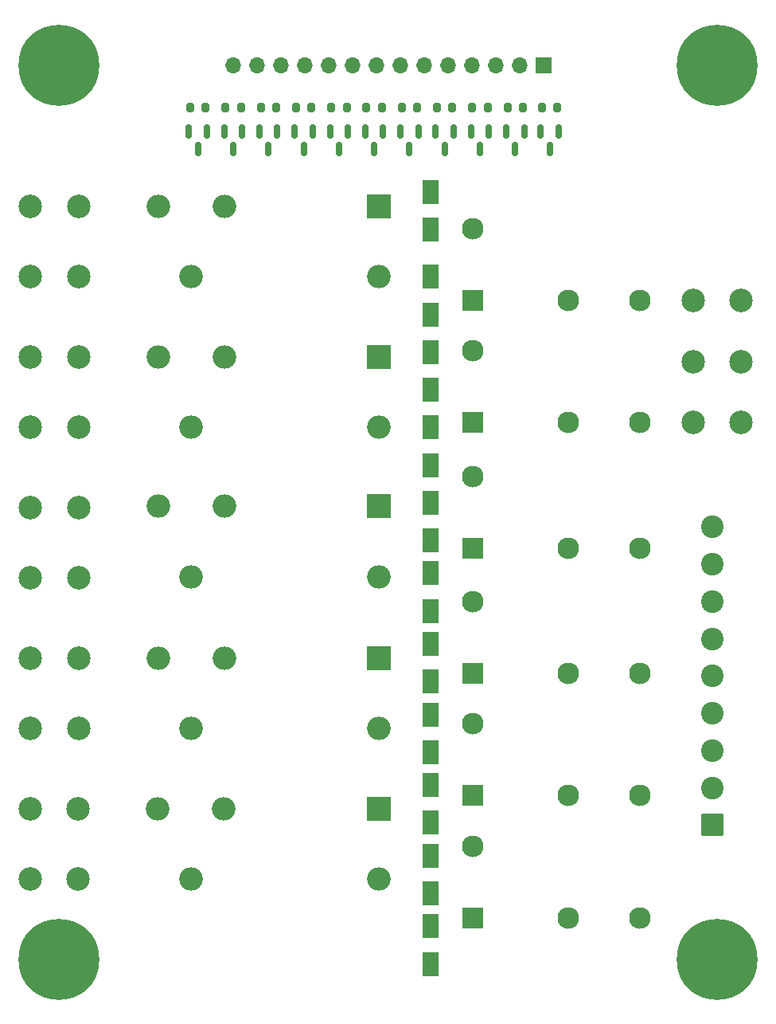
<source format=gbr>
%TF.GenerationSoftware,KiCad,Pcbnew,6.0.10+dfsg-2*%
%TF.CreationDate,2023-01-31T20:00:01-05:00*%
%TF.ProjectId,StoveRelays,53746f76-6552-4656-9c61-79732e6b6963,rev?*%
%TF.SameCoordinates,Original*%
%TF.FileFunction,Soldermask,Top*%
%TF.FilePolarity,Negative*%
%FSLAX46Y46*%
G04 Gerber Fmt 4.6, Leading zero omitted, Abs format (unit mm)*
G04 Created by KiCad (PCBNEW 6.0.10+dfsg-2) date 2023-01-31 20:00:01*
%MOMM*%
%LPD*%
G01*
G04 APERTURE LIST*
G04 Aperture macros list*
%AMRoundRect*
0 Rectangle with rounded corners*
0 $1 Rounding radius*
0 $2 $3 $4 $5 $6 $7 $8 $9 X,Y pos of 4 corners*
0 Add a 4 corners polygon primitive as box body*
4,1,4,$2,$3,$4,$5,$6,$7,$8,$9,$2,$3,0*
0 Add four circle primitives for the rounded corners*
1,1,$1+$1,$2,$3*
1,1,$1+$1,$4,$5*
1,1,$1+$1,$6,$7*
1,1,$1+$1,$8,$9*
0 Add four rect primitives between the rounded corners*
20,1,$1+$1,$2,$3,$4,$5,0*
20,1,$1+$1,$4,$5,$6,$7,0*
20,1,$1+$1,$6,$7,$8,$9,0*
20,1,$1+$1,$8,$9,$2,$3,0*%
G04 Aperture macros list end*
%ADD10RoundRect,0.250001X0.949999X-0.949999X0.949999X0.949999X-0.949999X0.949999X-0.949999X-0.949999X0*%
%ADD11C,2.400000*%
%ADD12RoundRect,0.200000X-0.200000X-0.275000X0.200000X-0.275000X0.200000X0.275000X-0.200000X0.275000X0*%
%ADD13R,1.800000X2.500000*%
%ADD14RoundRect,0.150000X-0.150000X0.587500X-0.150000X-0.587500X0.150000X-0.587500X0.150000X0.587500X0*%
%ADD15R,2.300000X2.300000*%
%ADD16C,2.300000*%
%ADD17C,0.900000*%
%ADD18C,8.600000*%
%ADD19O,2.500000X2.500000*%
%ADD20R,2.500000X2.500000*%
%ADD21C,2.500000*%
%ADD22R,1.700000X1.700000*%
%ADD23O,1.700000X1.700000*%
G04 APERTURE END LIST*
D10*
%TO.C,J16*%
X174482500Y-135760000D03*
D11*
X174482500Y-131800000D03*
X174482500Y-127840000D03*
X174482500Y-123880000D03*
X174482500Y-119920000D03*
X174482500Y-115960000D03*
X174482500Y-112000000D03*
X174482500Y-108040000D03*
X174482500Y-104080000D03*
%TD*%
D12*
%TO.C,R2*%
X126425000Y-59500000D03*
X128075000Y-59500000D03*
%TD*%
D13*
%TO.C,D6*%
X144500000Y-139000000D03*
X144500000Y-143000000D03*
%TD*%
D14*
%TO.C,Q9*%
X158112500Y-62062500D03*
X156212500Y-62062500D03*
X157162500Y-63937500D03*
%TD*%
D15*
%TO.C,K8*%
X149000000Y-93000000D03*
D16*
X159160000Y-93000000D03*
X166780000Y-93000000D03*
X149000000Y-85380000D03*
%TD*%
D13*
%TO.C,D2*%
X144500000Y-109000000D03*
X144500000Y-113000000D03*
%TD*%
D14*
%TO.C,Q5*%
X131950000Y-62062500D03*
X130050000Y-62062500D03*
X131000000Y-63937500D03*
%TD*%
%TO.C,Q4*%
X124450000Y-62062500D03*
X122550000Y-62062500D03*
X123500000Y-63937500D03*
%TD*%
D15*
%TO.C,K10*%
X149000000Y-106370000D03*
D16*
X159160000Y-106370000D03*
X166780000Y-106370000D03*
X149000000Y-98750000D03*
%TD*%
D13*
%TO.C,D10*%
X144500000Y-101500000D03*
X144500000Y-105500000D03*
%TD*%
D12*
%TO.C,R6*%
X137675000Y-59500000D03*
X139325000Y-59500000D03*
%TD*%
D13*
%TO.C,D4*%
X144500000Y-93500000D03*
X144500000Y-97500000D03*
%TD*%
%TO.C,D11*%
X144500000Y-116500000D03*
X144500000Y-120500000D03*
%TD*%
D17*
%TO.C,H3*%
X175000000Y-146775000D03*
X177280419Y-152280419D03*
X175000000Y-153225000D03*
X177280419Y-147719581D03*
X171775000Y-150000000D03*
X172719581Y-152280419D03*
X172719581Y-147719581D03*
X178225000Y-150000000D03*
D18*
X175000000Y-150000000D03*
%TD*%
D19*
%TO.C,K1*%
X119000000Y-141500000D03*
X122500000Y-134000000D03*
X115500000Y-134000000D03*
D20*
X139000000Y-134000000D03*
D19*
X139000000Y-141500000D03*
%TD*%
D21*
%TO.C,J5*%
X101950000Y-102000000D03*
X107050000Y-102000000D03*
%TD*%
D14*
%TO.C,Q1*%
X135700000Y-62062500D03*
X133800000Y-62062500D03*
X134750000Y-63937500D03*
%TD*%
%TO.C,Q11*%
X146950000Y-62062500D03*
X145050000Y-62062500D03*
X146000000Y-63937500D03*
%TD*%
D21*
%TO.C,J12*%
X172450000Y-80000000D03*
X177550000Y-80000000D03*
%TD*%
%TO.C,J7*%
X101950000Y-70000000D03*
X107050000Y-70000000D03*
%TD*%
D12*
%TO.C,R11*%
X145175000Y-59500000D03*
X146825000Y-59500000D03*
%TD*%
D15*
%TO.C,K11*%
X149000000Y-119620000D03*
D16*
X159160000Y-119620000D03*
X166780000Y-119620000D03*
X149000000Y-112000000D03*
%TD*%
D13*
%TO.C,D3*%
X144500000Y-77500000D03*
X144500000Y-81500000D03*
%TD*%
D12*
%TO.C,R7*%
X141425000Y-59500000D03*
X143075000Y-59500000D03*
%TD*%
D21*
%TO.C,J8*%
X107050000Y-93500000D03*
X101950000Y-93500000D03*
%TD*%
%TO.C,J13*%
X172450000Y-86500000D03*
X177550000Y-86500000D03*
%TD*%
D14*
%TO.C,Q2*%
X128200000Y-62062500D03*
X126300000Y-62062500D03*
X127250000Y-63937500D03*
%TD*%
D12*
%TO.C,R5*%
X130175000Y-59500000D03*
X131825000Y-59500000D03*
%TD*%
%TO.C,R3*%
X118925000Y-59500000D03*
X120575000Y-59500000D03*
%TD*%
D21*
%TO.C,J10*%
X107050000Y-125500000D03*
X101950000Y-125500000D03*
%TD*%
D12*
%TO.C,R9*%
X156337500Y-59500000D03*
X157987500Y-59500000D03*
%TD*%
D13*
%TO.C,D1*%
X144500000Y-146500000D03*
X144500000Y-150500000D03*
%TD*%
D21*
%TO.C,J11*%
X101950000Y-118000000D03*
X107050000Y-118000000D03*
%TD*%
D19*
%TO.C,K5*%
X119037500Y-125500000D03*
X122537500Y-118000000D03*
X115537500Y-118000000D03*
D20*
X139037500Y-118000000D03*
D19*
X139037500Y-125500000D03*
%TD*%
D21*
%TO.C,J2*%
X107012500Y-141500000D03*
X101912500Y-141500000D03*
%TD*%
D12*
%TO.C,R10*%
X148925000Y-59500000D03*
X150575000Y-59500000D03*
%TD*%
D15*
%TO.C,K6*%
X149000000Y-145620000D03*
D16*
X159160000Y-145620000D03*
X166780000Y-145620000D03*
X149000000Y-138000000D03*
%TD*%
D12*
%TO.C,R4*%
X122675000Y-59500000D03*
X124325000Y-59500000D03*
%TD*%
D21*
%TO.C,J9*%
X101950000Y-86000000D03*
X107050000Y-86000000D03*
%TD*%
D12*
%TO.C,R1*%
X133925000Y-59500000D03*
X135575000Y-59500000D03*
%TD*%
%TO.C,R8*%
X152675000Y-59500000D03*
X154325000Y-59500000D03*
%TD*%
D15*
%TO.C,K9*%
X149000000Y-80000000D03*
D16*
X159160000Y-80000000D03*
X166780000Y-80000000D03*
X149000000Y-72380000D03*
%TD*%
D15*
%TO.C,K7*%
X149000000Y-132620000D03*
D16*
X159160000Y-132620000D03*
X166780000Y-132620000D03*
X149000000Y-125000000D03*
%TD*%
D14*
%TO.C,Q3*%
X120700000Y-62062500D03*
X118800000Y-62062500D03*
X119750000Y-63937500D03*
%TD*%
D21*
%TO.C,J4*%
X107050000Y-109500000D03*
X101950000Y-109500000D03*
%TD*%
%TO.C,J3*%
X101912500Y-134000000D03*
X107012500Y-134000000D03*
%TD*%
D13*
%TO.C,D8*%
X144500000Y-85500000D03*
X144500000Y-89500000D03*
%TD*%
D14*
%TO.C,Q8*%
X154450000Y-62062500D03*
X152550000Y-62062500D03*
X153500000Y-63937500D03*
%TD*%
D13*
%TO.C,D9*%
X144500000Y-68500000D03*
X144500000Y-72500000D03*
%TD*%
D21*
%TO.C,J6*%
X101950000Y-77500000D03*
X107050000Y-77500000D03*
%TD*%
D14*
%TO.C,Q7*%
X143200000Y-62062500D03*
X141300000Y-62062500D03*
X142250000Y-63937500D03*
%TD*%
D18*
%TO.C,H2*%
X175000000Y-55000000D03*
D17*
X177280419Y-57280419D03*
X178225000Y-55000000D03*
X172719581Y-57280419D03*
X171775000Y-55000000D03*
X172719581Y-52719581D03*
X175000000Y-51775000D03*
X175000000Y-58225000D03*
X177280419Y-52719581D03*
%TD*%
D19*
%TO.C,K2*%
X119037500Y-109387500D03*
X122537500Y-101887500D03*
X115537500Y-101887500D03*
D20*
X139037500Y-101887500D03*
D19*
X139037500Y-109387500D03*
%TD*%
D13*
%TO.C,D5*%
X144500000Y-131500000D03*
X144500000Y-135500000D03*
%TD*%
D14*
%TO.C,Q10*%
X150700000Y-62062500D03*
X148800000Y-62062500D03*
X149750000Y-63937500D03*
%TD*%
D13*
%TO.C,D7*%
X144500000Y-124000000D03*
X144500000Y-128000000D03*
%TD*%
D17*
%TO.C,H1*%
X102719581Y-52719581D03*
X107280419Y-57280419D03*
X101775000Y-55000000D03*
X105000000Y-51775000D03*
X108225000Y-55000000D03*
X105000000Y-58225000D03*
D18*
X105000000Y-55000000D03*
D17*
X102719581Y-57280419D03*
X107280419Y-52719581D03*
%TD*%
D18*
%TO.C,H4*%
X105000000Y-150000000D03*
D17*
X105000000Y-146775000D03*
X107280419Y-152280419D03*
X105000000Y-153225000D03*
X102719581Y-147719581D03*
X108225000Y-150000000D03*
X101775000Y-150000000D03*
X102719581Y-152280419D03*
X107280419Y-147719581D03*
%TD*%
D19*
%TO.C,K4*%
X119037500Y-93500000D03*
X122537500Y-86000000D03*
X115537500Y-86000000D03*
D20*
X139037500Y-86000000D03*
D19*
X139037500Y-93500000D03*
%TD*%
D22*
%TO.C,J1*%
X156500000Y-55000000D03*
D23*
X153960000Y-55000000D03*
X151420000Y-55000000D03*
X148880000Y-55000000D03*
X146340000Y-55000000D03*
X143800000Y-55000000D03*
X141260000Y-55000000D03*
X138720000Y-55000000D03*
X136180000Y-55000000D03*
X133640000Y-55000000D03*
X131100000Y-55000000D03*
X128560000Y-55000000D03*
X126020000Y-55000000D03*
X123480000Y-55000000D03*
%TD*%
D19*
%TO.C,K3*%
X119037500Y-77500000D03*
X122537500Y-70000000D03*
X115537500Y-70000000D03*
D20*
X139037500Y-70000000D03*
D19*
X139037500Y-77500000D03*
%TD*%
D14*
%TO.C,Q6*%
X139450000Y-62062500D03*
X137550000Y-62062500D03*
X138500000Y-63937500D03*
%TD*%
D21*
%TO.C,J14*%
X177550000Y-93000000D03*
X172450000Y-93000000D03*
%TD*%
M02*

</source>
